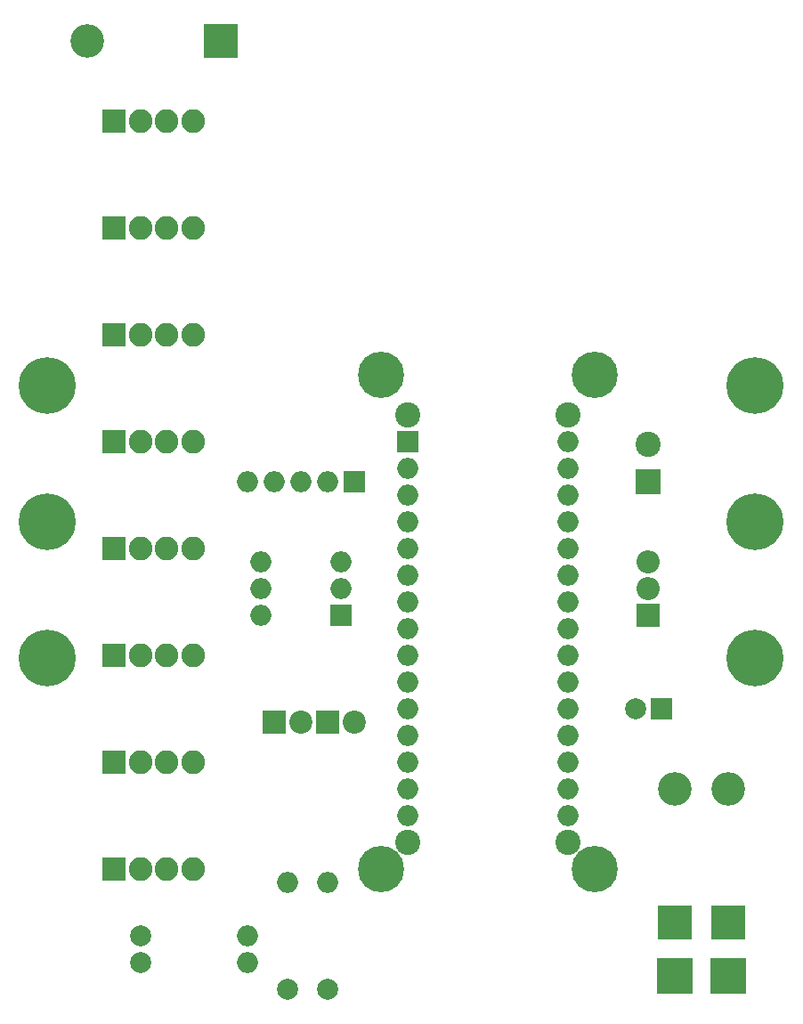
<source format=gbs>
G04 #@! TF.FileFunction,Soldermask,Bot*
%FSLAX46Y46*%
G04 Gerber Fmt 4.6, Leading zero omitted, Abs format (unit mm)*
G04 Created by KiCad (PCBNEW 4.0.7) date 03/09/18 13:05:57*
%MOMM*%
%LPD*%
G01*
G04 APERTURE LIST*
%ADD10C,0.200000*%
%ADD11R,2.200000X2.200000*%
%ADD12O,2.200000X2.200000*%
%ADD13R,3.200000X3.200000*%
%ADD14O,3.200000X3.200000*%
%ADD15R,2.400000X2.400000*%
%ADD16C,2.400000*%
%ADD17R,2.000000X2.000000*%
%ADD18O,2.000000X2.000000*%
%ADD19C,2.200000*%
%ADD20C,2.000000*%
%ADD21R,2.250000X2.250000*%
%ADD22C,2.250000*%
%ADD23C,5.400000*%
%ADD24C,4.400000*%
%ADD25R,3.400000X3.400000*%
G04 APERTURE END LIST*
D10*
D11*
X191770000Y-125730000D03*
D12*
X191770000Y-123190000D03*
X191770000Y-120650000D03*
D13*
X199390000Y-154940000D03*
D14*
X199390000Y-142240000D03*
D15*
X191770000Y-113030000D03*
D16*
X191770000Y-109530000D03*
D17*
X163830000Y-113030000D03*
D18*
X161290000Y-113030000D03*
X158750000Y-113030000D03*
X156210000Y-113030000D03*
X153670000Y-113030000D03*
D11*
X156210000Y-135890000D03*
D19*
X158750000Y-135890000D03*
D11*
X161290000Y-135890000D03*
D19*
X163830000Y-135890000D03*
D20*
X157480000Y-161290000D03*
D18*
X157480000Y-151130000D03*
D20*
X161290000Y-161290000D03*
D18*
X161290000Y-151130000D03*
D17*
X193040000Y-134620000D03*
D20*
X190540000Y-134620000D03*
X143510000Y-158750000D03*
D18*
X153670000Y-158750000D03*
D20*
X143510000Y-156210000D03*
D18*
X153670000Y-156210000D03*
D13*
X194310000Y-154940000D03*
D14*
X194310000Y-142240000D03*
D13*
X151130000Y-71120000D03*
D14*
X138430000Y-71120000D03*
D17*
X162560000Y-125730000D03*
D18*
X154940000Y-120650000D03*
X162560000Y-123190000D03*
X154940000Y-123190000D03*
X162560000Y-120650000D03*
X154940000Y-125730000D03*
D21*
X140970000Y-78740000D03*
D22*
X143470000Y-78740000D03*
X145970000Y-78740000D03*
X148470000Y-78740000D03*
D21*
X140970000Y-88900000D03*
D22*
X143470000Y-88900000D03*
X145970000Y-88900000D03*
X148470000Y-88900000D03*
D21*
X140970000Y-99060000D03*
D22*
X143470000Y-99060000D03*
X145970000Y-99060000D03*
X148470000Y-99060000D03*
D21*
X140970000Y-109220000D03*
D22*
X143470000Y-109220000D03*
X145970000Y-109220000D03*
X148470000Y-109220000D03*
D21*
X140970000Y-119380000D03*
D22*
X143470000Y-119380000D03*
X145970000Y-119380000D03*
X148470000Y-119380000D03*
D21*
X140970000Y-129540000D03*
D22*
X143470000Y-129540000D03*
X145970000Y-129540000D03*
X148470000Y-129540000D03*
D21*
X140970000Y-149860000D03*
D22*
X143470000Y-149860000D03*
X145970000Y-149860000D03*
X148470000Y-149860000D03*
D21*
X140970000Y-139700000D03*
D22*
X143470000Y-139700000D03*
X145970000Y-139700000D03*
X148470000Y-139700000D03*
D23*
X134620000Y-116840000D03*
X134620000Y-103886000D03*
X134620000Y-129794000D03*
X201930000Y-116840000D03*
X201930000Y-103886000D03*
X201930000Y-129794000D03*
D24*
X166370000Y-149860000D03*
X186690000Y-149860000D03*
X166370000Y-102870000D03*
X186690000Y-102870000D03*
D17*
X168910000Y-109220000D03*
D18*
X184150000Y-142240000D03*
X168910000Y-111760000D03*
X184150000Y-139700000D03*
X168910000Y-114300000D03*
X184150000Y-137160000D03*
X168910000Y-116840000D03*
X184150000Y-134620000D03*
X168910000Y-119380000D03*
X184150000Y-132080000D03*
X168910000Y-121920000D03*
X184150000Y-129540000D03*
X168910000Y-124460000D03*
X184150000Y-127000000D03*
X168910000Y-127000000D03*
X184150000Y-124460000D03*
X168910000Y-129540000D03*
X184150000Y-121920000D03*
X168910000Y-132080000D03*
X184150000Y-119380000D03*
X168910000Y-134620000D03*
X184150000Y-116840000D03*
X168910000Y-137160000D03*
X184150000Y-114300000D03*
X168910000Y-139700000D03*
X184150000Y-111760000D03*
X168910000Y-142240000D03*
X184150000Y-109220000D03*
X168910000Y-144780000D03*
X184150000Y-144780000D03*
D16*
X168910000Y-106680000D03*
X184150000Y-106680000D03*
X184150000Y-147320000D03*
X168910000Y-147320000D03*
D25*
X199390000Y-160020000D03*
X194310000Y-160020000D03*
M02*

</source>
